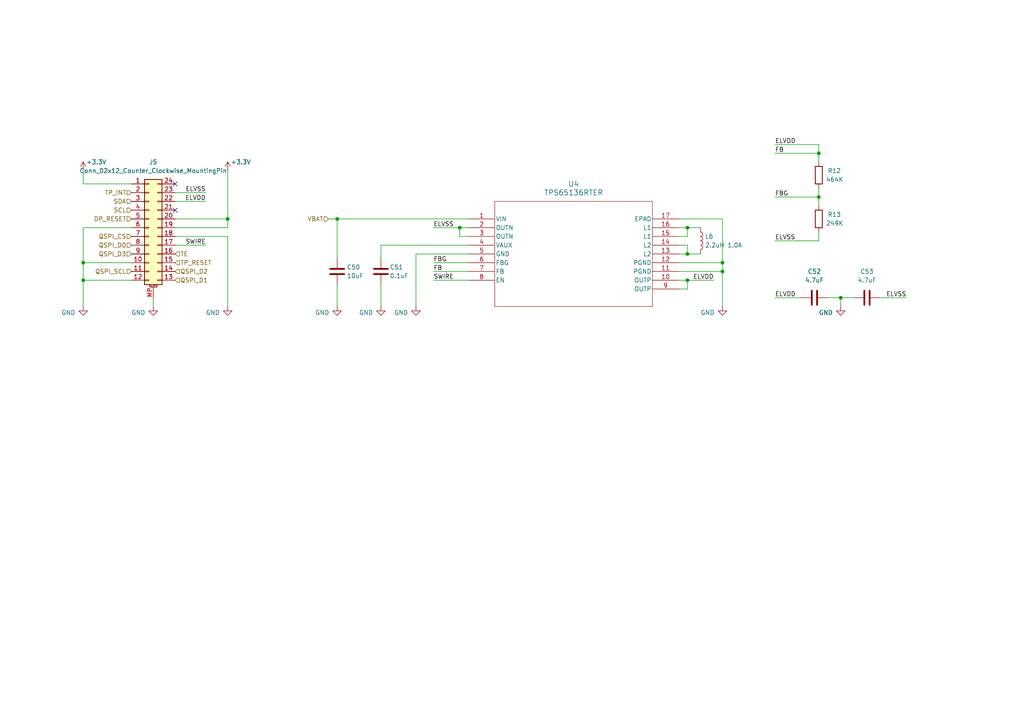
<source format=kicad_sch>
(kicad_sch (version 20250114) (generator "eeschema") (generator_version "9.0")
  (paper "A4")
  (title_block (title "Display"))
  (lib_symbols
    (symbol "Connector_Generic_MountingPin:Conn_02x12_Counter_Clockwise_MountingPin" (pin_names (offset 1.016) (hide yes))
      (property "Reference" "J" (at 1.27 15.24 0))
      (property "Value" "Conn_02x12_Counter_Clockwise_MountingPin" (at 2.54 -17.78 0))
      (symbol "Conn_02x12_Counter_Clockwise_MountingPin_1_1"
        (rectangle (start -1.27 13.97) (end 3.81 -16.51) (stroke (width 0.254)) (fill (type background)))
        (rectangle (start -1.27 12.827) (end 0 12.573) (stroke (width 0.1524)))
        (rectangle (start -1.27 10.287) (end 0 10.033) (stroke (width 0.1524)))
        (rectangle (start -1.27 7.747) (end 0 7.493) (stroke (width 0.1524)))
        (rectangle (start -1.27 5.207) (end 0 4.953) (stroke (width 0.1524)))
        (rectangle (start -1.27 2.667) (end 0 2.413) (stroke (width 0.1524)))
        (rectangle (start -1.27 0.127) (end 0 -0.127) (stroke (width 0.1524)))
        (rectangle (start -1.27 -2.413) (end 0 -2.667) (stroke (width 0.1524)))
        (rectangle (start -1.27 -4.953) (end 0 -5.207) (stroke (width 0.1524)))
        (rectangle (start -1.27 -7.493) (end 0 -7.747) (stroke (width 0.1524)))
        (rectangle (start -1.27 -10.033) (end 0 -10.287) (stroke (width 0.1524)))
        (rectangle (start -1.27 -12.573) (end 0 -12.827) (stroke (width 0.1524)))
        (rectangle (start -1.27 -15.113) (end 0 -15.367) (stroke (width 0.1524)))
        (polyline (pts (xy 0.254 -17.272) (xy 2.286 -17.272)) (stroke (width 0.1524)))
        (rectangle (start 3.81 12.827) (end 2.54 12.573) (stroke (width 0.1524)))
        (rectangle (start 3.81 10.287) (end 2.54 10.033) (stroke (width 0.1524)))
        (rectangle (start 3.81 7.747) (end 2.54 7.493) (stroke (width 0.1524)))
        (rectangle (start 3.81 5.207) (end 2.54 4.953) (stroke (width 0.1524)))
        (rectangle (start 3.81 2.667) (end 2.54 2.413) (stroke (width 0.1524)))
        (rectangle (start 3.81 0.127) (end 2.54 -0.127) (stroke (width 0.1524)))
        (rectangle (start 3.81 -2.413) (end 2.54 -2.667) (stroke (width 0.1524)))
        (rectangle (start 3.81 -4.953) (end 2.54 -5.207) (stroke (width 0.1524)))
        (rectangle (start 3.81 -7.493) (end 2.54 -7.747) (stroke (width 0.1524)))
        (rectangle (start 3.81 -10.033) (end 2.54 -10.287) (stroke (width 0.1524)))
        (rectangle (start 3.81 -12.573) (end 2.54 -12.827) (stroke (width 0.1524)))
        (rectangle (start 3.81 -15.113) (end 2.54 -15.367) (stroke (width 0.1524)))
        (text "Mounting" (at 1.27 -16.891 0) (effects (font (size 0.381 0.381))))
        (pin passive line (at -5.08 12.7 0) (length 3.81) (name "Pin_1") (number "1"))
        (pin passive line (at -5.08 10.16 0) (length 3.81) (name "Pin_2") (number "2"))
        (pin passive line (at -5.08 7.62 0) (length 3.81) (name "Pin_3") (number "3"))
        (pin passive line (at -5.08 5.08 0) (length 3.81) (name "Pin_4") (number "4"))
        (pin passive line (at -5.08 2.54 0) (length 3.81) (name "Pin_5") (number "5"))
        (pin passive line (at -5.08 0 0) (length 3.81) (name "Pin_6") (number "6"))
        (pin passive line (at -5.08 -2.54 0) (length 3.81) (name "Pin_7") (number "7"))
        (pin passive line (at -5.08 -5.08 0) (length 3.81) (name "Pin_8") (number "8"))
        (pin passive line (at -5.08 -7.62 0) (length 3.81) (name "Pin_9") (number "9"))
        (pin passive line (at -5.08 -10.16 0) (length 3.81) (name "Pin_10") (number "10"))
        (pin passive line (at -5.08 -12.7 0) (length 3.81) (name "Pin_11") (number "11"))
        (pin passive line (at -5.08 -15.24 0) (length 3.81) (name "Pin_12") (number "12"))
        (pin passive line (at 1.27 -20.32 90) (length 3.048) (name "MountPin") (number "MP"))
        (pin passive line (at 7.62 12.7 180) (length 3.81) (name "Pin_24") (number "24"))
        (pin passive line (at 7.62 10.16 180) (length 3.81) (name "Pin_23") (number "23"))
        (pin passive line (at 7.62 7.62 180) (length 3.81) (name "Pin_22") (number "22"))
        (pin passive line (at 7.62 5.08 180) (length 3.81) (name "Pin_21") (number "21"))
        (pin passive line (at 7.62 2.54 180) (length 3.81) (name "Pin_20") (number "20"))
        (pin passive line (at 7.62 0 180) (length 3.81) (name "Pin_19") (number "19"))
        (pin passive line (at 7.62 -2.54 180) (length 3.81) (name "Pin_18") (number "18"))
        (pin passive line (at 7.62 -5.08 180) (length 3.81) (name "Pin_17") (number "17"))
        (pin passive line (at 7.62 -7.62 180) (length 3.81) (name "Pin_16") (number "16"))
        (pin passive line (at 7.62 -10.16 180) (length 3.81) (name "Pin_15") (number "15"))
        (pin passive line (at 7.62 -12.7 180) (length 3.81) (name "Pin_14") (number "14"))
        (pin passive line (at 7.62 -15.24 180) (length 3.81) (name "Pin_13") (number "13"))
      )
    )
    (symbol "Device:C" (pin_numbers (hide yes)) (pin_names (offset 0.254))
      (property "Reference" "C" (at 0.635 2.54 0))
      (property "Value" "C" (at 0.635 -2.54 0))
      (symbol "C_0_1"
        (polyline (pts (xy -2.032 0.762) (xy 2.032 0.762)) (stroke (width 0.508)))
        (polyline (pts (xy -2.032 -0.762) (xy 2.032 -0.762)) (stroke (width 0.508)))
      )
      (symbol "C_1_1"
        (pin passive line (at 0 3.81 270) (length 2.794) (name "~") (number "1"))
        (pin passive line (at 0 -3.81 90) (length 2.794) (name "~") (number "2"))
      )
    )
    (symbol "Device:L" (pin_numbers (hide yes)) (pin_names (offset 1.016) (hide yes))
      (property "Reference" "L" (at -1.27 0 90))
      (property "Value" "L" (at 1.905 0 90))
      (symbol "L_0_1"
        (arc (start 0 2.54) (mid 0.6323 1.905) (end 0 1.27))
        (arc (start 0 1.27) (mid 0.6323 0.635) (end 0 0))
        (arc (start 0 0) (mid 0.6323 -0.635) (end 0 -1.27))
        (arc (start 0 -1.27) (mid 0.6323 -1.905) (end 0 -2.54))
      )
      (symbol "L_1_1"
        (pin passive line (at 0 3.81 270) (length 1.27) (name "1") (number "1"))
        (pin passive line (at 0 -3.81 90) (length 1.27) (name "2") (number "2"))
      )
    )
    (symbol "Device:R" (pin_numbers (hide yes)) (pin_names (offset 0))
      (property "Reference" "R" (at 2.032 0 90))
      (property "Value" "R" (at 0 0 90))
      (symbol "R_0_1"
        (rectangle (start -1.016 -2.54) (end 1.016 2.54) (stroke (width 0.254)))
      )
      (symbol "R_1_1"
        (pin passive line (at 0 3.81 270) (length 1.27) (name "~") (number "1"))
        (pin passive line (at 0 -3.81 90) (length 1.27) (name "~") (number "2"))
      )
    )
    (symbol "PlajTime:TPS65136RTER" (pin_names (offset 0.254))
      (property "Reference" "U" (at 30.48 10.16 0))
      (property "Value" "TPS65136RTER" (at 30.48 7.62 0))
      (symbol "TPS65136RTER_0_1"
        (polyline (pts (xy 7.62 5.08) (xy 7.62 -25.4)) (stroke (width 0.127)))
        (polyline (pts (xy 7.62 -25.4) (xy 53.34 -25.4)) (stroke (width 0.127)))
        (polyline (pts (xy 53.34 5.08) (xy 7.62 5.08)) (stroke (width 0.127)))
        (polyline (pts (xy 53.34 -25.4) (xy 53.34 5.08)) (stroke (width 0.127)))
        (pin input line (at 0 0 0) (length 7.62) (name "VIN") (number "1"))
        (pin output line (at 0 -2.54 0) (length 7.62) (name "OUTN") (number "2"))
        (pin output line (at 0 -5.08 0) (length 7.62) (name "OUTN") (number "3"))
        (pin bidirectional line (at 0 -7.62 0) (length 7.62) (name "VAUX") (number "4"))
        (pin power_in line (at 0 -10.16 0) (length 7.62) (name "GND") (number "5"))
        (pin input line (at 0 -12.7 0) (length 7.62) (name "FBG") (number "6"))
        (pin input line (at 0 -15.24 0) (length 7.62) (name "FB") (number "7"))
        (pin input line (at 0 -17.78 0) (length 7.62) (name "EN") (number "8"))
        (pin unspecified line (at 60.96 0 180) (length 7.62) (name "EPAD") (number "17"))
        (pin bidirectional line (at 60.96 -2.54 180) (length 7.62) (name "L1") (number "16"))
        (pin bidirectional line (at 60.96 -5.08 180) (length 7.62) (name "L1") (number "15"))
        (pin bidirectional line (at 60.96 -7.62 180) (length 7.62) (name "L2") (number "14"))
        (pin bidirectional line (at 60.96 -10.16 180) (length 7.62) (name "L2") (number "13"))
        (pin power_in line (at 60.96 -12.7 180) (length 7.62) (name "PGND") (number "12"))
        (pin power_in line (at 60.96 -15.24 180) (length 7.62) (name "PGND") (number "11"))
        (pin output line (at 60.96 -17.78 180) (length 7.62) (name "OUTP") (number "10"))
        (pin output line (at 60.96 -20.32 180) (length 7.62) (name "OUTP") (number "9"))
      )
    )
    (symbol "power:+3.3V" (power) (pin_numbers (hide yes)) (pin_names (offset 0) (hide yes))
      (property "Value" "+3.3V" (at 0 3.556 0))
      (symbol "+3.3V_0_1"
        (polyline (pts (xy -0.762 1.27) (xy 0 2.54)))
        (polyline (pts (xy 0 2.54) (xy 0.762 1.27)))
        (polyline (pts (xy 0 0) (xy 0 2.54)))
      )
      (symbol "+3.3V_1_1"
        (pin power_in line (at 0 0 90) (length 0) (name "~") (number "1"))
      )
    )
    (symbol "power:GND" (power) (pin_numbers (hide yes)) (pin_names (offset 0) (hide yes))
      (property "Value" "GND" (at 0 -3.81 0))
      (symbol "GND_0_1"
        (polyline (pts (xy 0 0) (xy 0 -1.27) (xy 1.27 -1.27) (xy 0 -2.54) (xy -1.27 -1.27) (xy 0 -1.27)))
      )
      (symbol "GND_1_1"
        (pin power_in line (at 0 0 270) (length 0) (name "~") (number "1"))
      )
    )
  )
  (junction (at 237.49 44.45))
  (junction (at 133.35 66.04))
  (junction (at 209.55 78.74))
  (junction (at 24.13 76.2))
  (junction (at 237.49 57.15))
  (junction (at 199.39 81.28))
  (junction (at 209.55 76.2))
  (junction (at 97.79 63.5))
  (junction (at 24.13 81.28))
  (junction (at 243.84 86.36))
  (junction (at 66.04 63.5))
  (junction (at 199.39 73.66))
  (junction (at 199.39 66.04))
  (no_connect (at 50.8 53.34))
  (no_connect (at 50.8 60.96))
  (wire (pts (xy 196.85 78.74) (xy 209.55 78.74)))
  (wire (pts (xy 237.49 44.45) (xy 237.49 46.99)))
  (wire (pts (xy 50.8 63.5) (xy 66.04 63.5)))
  (wire (pts (xy 59.69 58.42) (xy 50.8 58.42)))
  (wire (pts (xy 224.79 57.15) (xy 237.49 57.15)))
  (wire (pts (xy 125.73 78.74) (xy 135.89 78.74)))
  (wire (pts (xy 24.13 66.04) (xy 24.13 76.2)))
  (wire (pts (xy 135.89 73.66) (xy 120.65 73.66)))
  (wire (pts (xy 196.85 68.58) (xy 199.39 68.58)))
  (wire (pts (xy 38.1 53.34) (xy 24.13 53.34)))
  (wire (pts (xy 38.1 66.04) (xy 24.13 66.04)))
  (wire (pts (xy 133.35 68.58) (xy 133.35 66.04)))
  (wire (pts (xy 243.84 86.36) (xy 243.84 88.9)))
  (wire (pts (xy 199.39 83.82) (xy 199.39 81.28)))
  (wire (pts (xy 97.79 82.55) (xy 97.79 88.9)))
  (wire (pts (xy 125.73 76.2) (xy 135.89 76.2)))
  (wire (pts (xy 224.79 41.91) (xy 237.49 41.91)))
  (wire (pts (xy 97.79 63.5) (xy 95.25 63.5)))
  (wire (pts (xy 50.8 66.04) (xy 66.04 66.04)))
  (wire (pts (xy 196.85 63.5) (xy 209.55 63.5)))
  (wire (pts (xy 110.49 71.12) (xy 110.49 74.93)))
  (wire (pts (xy 196.85 81.28) (xy 199.39 81.28)))
  (wire (pts (xy 24.13 81.28) (xy 24.13 88.9)))
  (wire (pts (xy 240.03 86.36) (xy 243.84 86.36)))
  (wire (pts (xy 24.13 76.2) (xy 24.13 81.28)))
  (wire (pts (xy 125.73 81.28) (xy 135.89 81.28)))
  (wire (pts (xy 24.13 81.28) (xy 38.1 81.28)))
  (wire (pts (xy 97.79 74.93) (xy 97.79 63.5)))
  (wire (pts (xy 97.79 63.5) (xy 135.89 63.5)))
  (wire (pts (xy 196.85 71.12) (xy 199.39 71.12)))
  (wire (pts (xy 196.85 73.66) (xy 199.39 73.66)))
  (wire (pts (xy 110.49 82.55) (xy 110.49 88.9)))
  (wire (pts (xy 135.89 68.58) (xy 133.35 68.58)))
  (wire (pts (xy 66.04 49.53) (xy 66.04 63.5)))
  (wire (pts (xy 199.39 71.12) (xy 199.39 73.66)))
  (wire (pts (xy 196.85 76.2) (xy 209.55 76.2)))
  (wire (pts (xy 199.39 73.66) (xy 203.2 73.66)))
  (wire (pts (xy 255.27 86.36) (xy 262.89 86.36)))
  (wire (pts (xy 125.73 66.04) (xy 133.35 66.04)))
  (wire (pts (xy 66.04 68.58) (xy 66.04 88.9)))
  (wire (pts (xy 224.79 86.36) (xy 232.41 86.36)))
  (wire (pts (xy 50.8 68.58) (xy 66.04 68.58)))
  (wire (pts (xy 59.69 55.88) (xy 50.8 55.88)))
  (wire (pts (xy 237.49 41.91) (xy 237.49 44.45)))
  (wire (pts (xy 209.55 78.74) (xy 209.55 88.9)))
  (wire (pts (xy 50.8 71.12) (xy 59.69 71.12)))
  (wire (pts (xy 24.13 49.53) (xy 24.13 53.34)))
  (wire (pts (xy 24.13 76.2) (xy 38.1 76.2)))
  (wire (pts (xy 44.45 88.9) (xy 44.45 86.36)))
  (wire (pts (xy 133.35 66.04) (xy 135.89 66.04)))
  (wire (pts (xy 66.04 63.5) (xy 66.04 66.04)))
  (wire (pts (xy 135.89 71.12) (xy 110.49 71.12)))
  (wire (pts (xy 196.85 83.82) (xy 199.39 83.82)))
  (wire (pts (xy 237.49 67.31) (xy 237.49 69.85)))
  (wire (pts (xy 243.84 86.36) (xy 247.65 86.36)))
  (wire (pts (xy 224.79 44.45) (xy 237.49 44.45)))
  (wire (pts (xy 199.39 68.58) (xy 199.39 66.04)))
  (wire (pts (xy 199.39 66.04) (xy 203.2 66.04)))
  (wire (pts (xy 237.49 69.85) (xy 224.79 69.85)))
  (wire (pts (xy 196.85 66.04) (xy 199.39 66.04)))
  (wire (pts (xy 237.49 54.61) (xy 237.49 57.15)))
  (wire (pts (xy 199.39 81.28) (xy 207.01 81.28)))
  (wire (pts (xy 120.65 73.66) (xy 120.65 88.9)))
  (wire (pts (xy 237.49 57.15) (xy 237.49 59.69)))
  (wire (pts (xy 209.55 76.2) (xy 209.55 78.74)))
  (wire (pts (xy 209.55 63.5) (xy 209.55 76.2)))
  (label "ELVSS" (at 262.89 86.36 180))
  (label "SWIRE" (at 125.73 81.28 0))
  (label "FB" (at 224.79 44.45 0))
  (label "ELVSS" (at 125.73 66.04 0))
  (label "ELVDD" (at 224.79 41.91 0))
  (label "FBG" (at 224.79 57.15 0))
  (label "FBG" (at 125.73 76.2 0))
  (label "ELVDD" (at 59.69 58.42 180))
  (label "ELVSS" (at 224.79 69.85 0))
  (label "ELVDD" (at 224.79 86.36 0))
  (label "ELVSS" (at 59.69 55.88 180))
  (label "FB" (at 125.73 78.74 0))
  (label "ELVDD" (at 207.01 81.28 180))
  (label "SWIRE" (at 59.69 71.12 180))
  (hierarchical_label "TE" (shape input) (at 50.8 73.66 0))
  (hierarchical_label "TP_RESET" (shape input) (at 50.8 76.2 0))
  (hierarchical_label "DP_RESET" (shape input) (at 38.1 63.5 180))
  (hierarchical_label "QSPI_SCL" (shape input) (at 38.1 78.74 180))
  (hierarchical_label "QSPI_D3" (shape input) (at 38.1 73.66 180))
  (hierarchical_label "SDA" (shape input) (at 38.1 58.42 180))
  (hierarchical_label "QSPI_CS" (shape input) (at 38.1 68.58 180))
  (hierarchical_label "QSPI_D1" (shape input) (at 50.8 81.28 0))
  (hierarchical_label "SCL" (shape input) (at 38.1 60.96 180))
  (hierarchical_label "QSPI_D2" (shape input) (at 50.8 78.74 0))
  (hierarchical_label "TP_INT" (shape input) (at 38.1 55.88 180))
  (hierarchical_label "VBAT" (shape input) (at 95.25 63.5 180))
  (hierarchical_label "QSPI_D0" (shape input) (at 38.1 71.12 180))
  (symbol (lib_id "power:GND") (at 97.79 88.9 0) (unit 1)
    (property "Reference" "#PWR070" (effects (hide yes)))
    (property "Value" "GND" (at 93.472 90.678 0))
    (property "Description" "Power symbol creates a global label with name \"GND\" , ground" (effects (hide yes)))
  )
  (symbol (lib_id "Device:C") (at 236.22 86.36 270) (unit 1)
    (property "Reference" "C52" (at 236.22 78.74 90))
    (property "Value" "4.7uF" (at 236.22 81.28 90))
    (property "Footprint" "Capacitor_SMD:C_0201_0603Metric" (effects (hide yes)))
    (property "Description" "Unpolarized capacitor" (effects (hide yes)))
  )
  (symbol (lib_id "power:GND") (at 243.84 88.9 0) (unit 1)
    (property "Reference" "#PWR074" (effects (hide yes)))
    (property "Value" "GND" (at 239.522 90.678 0))
    (property "Description" "Power symbol creates a global label with name \"GND\" , ground" (effects (hide yes)))
  )
  (symbol (lib_id "power:GND") (at 44.45 88.9 0) (unit 1)
    (property "Reference" "#PWR067" (effects (hide yes)))
    (property "Value" "GND" (at 40.132 90.678 0))
    (property "Description" "Power symbol creates a global label with name \"GND\" , ground" (effects (hide yes)))
  )
  (symbol (lib_id "power:GND") (at 110.49 88.9 0) (unit 1)
    (property "Reference" "#PWR071" (effects (hide yes)))
    (property "Value" "GND" (at 106.172 90.678 0))
    (property "Description" "Power symbol creates a global label with name \"GND\" , ground" (effects (hide yes)))
  )
  (symbol (lib_id "Device:L") (at 203.2 69.85 0) (unit 1)
    (property "Reference" "L6" (at 204.47 68.5799 0) (effects (justify left)))
    (property "Value" "2.2uH 1.0A" (at 204.47 71.1199 0) (effects (justify left)))
    (property "Footprint" "Inductor_SMD:L_0603_1608Metric" (effects (hide yes)))
    (property "Description" "Inductor" (effects (hide yes)))
  )
  (symbol (lib_id "Connector_Generic_MountingPin:Conn_02x12_Counter_Clockwise_MountingPin") (at 43.18 66.04 0) (unit 1)
    (property "Reference" "J5" (at 44.45 46.99 0))
    (property "Value" "Conn_02x12_Counter_Clockwise_MountingPin" (at 44.45 49.53 0))
    (property "Footprint" "PlajTime_Library:CONN-SMD_24P-P0.40_OK-14GF024-04_2.1INCH" (effects (hide yes)))
    (property "Description" "Generic connectable mounting pin connector, double row, 02x12, counter clockwise pin numbering scheme (similar to DIP package numbering), script generated (kicad-library-utils/schlib/autogen/connector/)" (effects (hide yes)))
  )
  (symbol (lib_id "power:GND") (at 209.55 88.9 0) (unit 1)
    (property "Reference" "#PWR073" (effects (hide yes)))
    (property "Value" "GND" (at 205.232 90.678 0))
    (property "Description" "Power symbol creates a global label with name \"GND\" , ground" (effects (hide yes)))
  )
  (symbol (lib_id "Device:C") (at 251.46 86.36 90) (unit 1)
    (property "Reference" "C53" (at 251.46 78.74 90))
    (property "Value" "4.7uF" (at 251.46 81.28 90))
    (property "Footprint" "Capacitor_SMD:C_0201_0603Metric" (effects (hide yes)))
    (property "Description" "Unpolarized capacitor" (effects (hide yes)))
  )
  (symbol (lib_id "PlajTime:TPS65136RTER") (at 135.89 63.5 0) (unit 1)
    (property "Reference" "U4" (at 166.37 53.34 0) (effects (font (size 1.524 1.524))))
    (property "Value" "TPS65136RTER" (at 166.37 55.88 0) (effects (font (size 1.524 1.524))))
    (property "Footprint" "PlajTime_Library:RTE16_1P7X1P7" (effects (hide yes)))
    (property "Datasheet" "TPS65136RTER" (effects (hide yes)))
  )
  (symbol (lib_id "Device:R") (at 237.49 50.8 0) (unit 1)
    (property "Reference" "R12" (at 240.03 49.5299 0) (effects (justify left)))
    (property "Value" "464K" (at 239.522 52.07 0) (effects (justify left)))
    (property "Footprint" "Resistor_SMD:R_0201_0603Metric" (effects (hide yes)))
    (property "Description" "Resistor" (effects (hide yes)))
  )
  (symbol (lib_id "power:+3.3V") (at 66.04 49.53 0) (unit 1)
    (property "Reference" "#PWR068" (effects (hide yes)))
    (property "Value" "+3.3V" (at 69.85 46.99 0))
    (property "Description" "Power symbol creates a global label with name \"+3.3V\"" (effects (hide yes)))
  )
  (symbol (lib_id "power:GND") (at 120.65 88.9 0) (unit 1)
    (property "Reference" "#PWR072" (effects (hide yes)))
    (property "Value" "GND" (at 116.332 90.678 0))
    (property "Description" "Power symbol creates a global label with name \"GND\" , ground" (effects (hide yes)))
  )
  (symbol (lib_id "Device:C") (at 110.49 78.74 180) (unit 1)
    (property "Reference" "C51" (at 113.03 77.47 0) (effects (justify right)))
    (property "Value" "0.1uF" (at 113.03 80.01 0) (effects (justify right)))
    (property "Footprint" "Capacitor_SMD:C_0201_0603Metric" (effects (hide yes)))
    (property "Description" "Unpolarized capacitor" (effects (hide yes)))
  )
  (symbol (lib_id "power:+3.3V") (at 24.13 49.53 0) (unit 1)
    (property "Reference" "#PWR065" (effects (hide yes)))
    (property "Value" "+3.3V" (at 27.94 46.99 0))
    (property "Description" "Power symbol creates a global label with name \"+3.3V\"" (effects (hide yes)))
  )
  (symbol (lib_id "power:GND") (at 66.04 88.9 0) (unit 1)
    (property "Reference" "#PWR069" (effects (hide yes)))
    (property "Value" "GND" (at 61.722 90.678 0))
    (property "Description" "Power symbol creates a global label with name \"GND\" , ground" (effects (hide yes)))
  )
  (symbol (lib_id "Device:R") (at 237.49 63.5 0) (unit 1)
    (property "Reference" "R13" (at 240.03 62.2299 0) (effects (justify left)))
    (property "Value" "249K" (at 239.522 64.77 0) (effects (justify left)))
    (property "Footprint" "Resistor_SMD:R_0201_0603Metric" (effects (hide yes)))
    (property "Description" "Resistor" (effects (hide yes)))
  )
  (symbol (lib_id "power:GND") (at 24.13 88.9 0) (unit 1)
    (property "Reference" "#PWR066" (effects (hide yes)))
    (property "Value" "GND" (at 19.812 90.678 0))
    (property "Description" "Power symbol creates a global label with name \"GND\" , ground" (effects (hide yes)))
  )
  (symbol (lib_id "Device:C") (at 97.79 78.74 180) (unit 1)
    (property "Reference" "C50" (at 100.584 77.47 0) (effects (justify right)))
    (property "Value" "10uF" (at 100.584 80.01 0) (effects (justify right)))
    (property "Footprint" "Capacitor_SMD:C_0402_1005Metric" (effects (hide yes)))
    (property "Description" "Unpolarized capacitor" (effects (hide yes)))
  )
)
</source>
